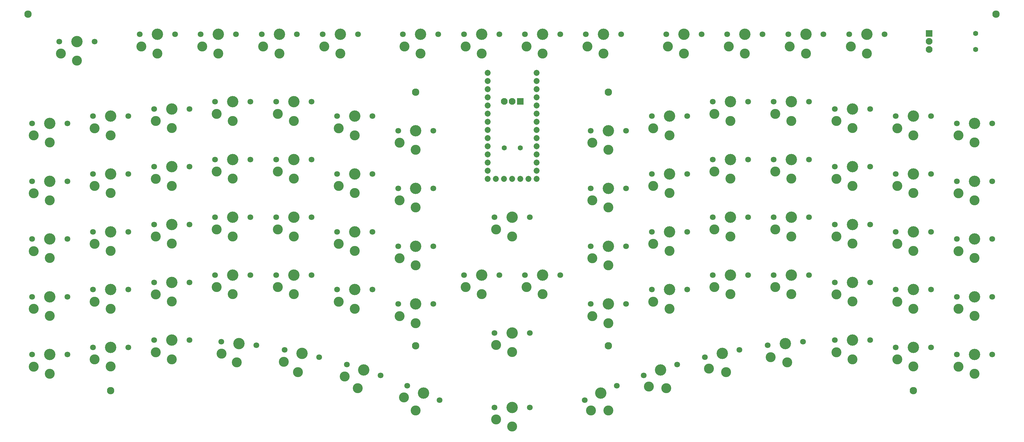
<source format=gbr>
%TF.GenerationSoftware,KiCad,Pcbnew,8.0.5*%
%TF.CreationDate,2024-10-10T16:29:35+02:00*%
%TF.ProjectId,eepyboard_rev2,65657079-626f-4617-9264-5f726576322e,1.1*%
%TF.SameCoordinates,Original*%
%TF.FileFunction,Soldermask,Top*%
%TF.FilePolarity,Negative*%
%FSLAX46Y46*%
G04 Gerber Fmt 4.6, Leading zero omitted, Abs format (unit mm)*
G04 Created by KiCad (PCBNEW 8.0.5) date 2024-10-10 16:29:35*
%MOMM*%
%LPD*%
G01*
G04 APERTURE LIST*
G04 Aperture macros list*
%AMRoundRect*
0 Rectangle with rounded corners*
0 $1 Rounding radius*
0 $2 $3 $4 $5 $6 $7 $8 $9 X,Y pos of 4 corners*
0 Add a 4 corners polygon primitive as box body*
4,1,4,$2,$3,$4,$5,$6,$7,$8,$9,$2,$3,0*
0 Add four circle primitives for the rounded corners*
1,1,$1+$1,$2,$3*
1,1,$1+$1,$4,$5*
1,1,$1+$1,$6,$7*
1,1,$1+$1,$8,$9*
0 Add four rect primitives between the rounded corners*
20,1,$1+$1,$2,$3,$4,$5,0*
20,1,$1+$1,$4,$5,$6,$7,0*
20,1,$1+$1,$6,$7,$8,$9,0*
20,1,$1+$1,$8,$9,$2,$3,0*%
G04 Aperture macros list end*
%ADD10C,1.801800*%
%ADD11C,3.100000*%
%ADD12C,3.529000*%
%ADD13C,1.600000*%
%ADD14RoundRect,0.050000X-1.000000X-1.000000X1.000000X-1.000000X1.000000X1.000000X-1.000000X1.000000X0*%
%ADD15C,2.100000*%
%ADD16C,2.300000*%
%ADD17C,1.852600*%
%ADD18RoundRect,0.050000X-1.000000X1.000000X-1.000000X-1.000000X1.000000X-1.000000X1.000000X1.000000X0*%
G04 APERTURE END LIST*
D10*
%TO.C,S64*%
X158887150Y-176149688D03*
D11*
X152270260Y-180826152D03*
D12*
X153507335Y-175006174D03*
D11*
X147836928Y-177634669D03*
D10*
X148127520Y-173862660D03*
%TD*%
D13*
%TO.C,ROT2*%
X363327814Y-75308303D03*
X363327813Y-80308302D03*
D14*
X348827810Y-75308300D03*
D15*
X348827813Y-80308304D03*
X348827813Y-77808302D03*
%TD*%
D10*
%TO.C,S88*%
X334947812Y-75598299D03*
D11*
X329447812Y-81548299D03*
D12*
X329447812Y-75598299D03*
D11*
X324447812Y-79348299D03*
D10*
X323947812Y-75598299D03*
%TD*%
%TO.C,S68*%
X289768102Y-173862660D03*
D11*
X285625362Y-180826152D03*
D12*
X284388287Y-175006174D03*
D11*
X280277218Y-179713786D03*
D10*
X279008472Y-176149688D03*
%TD*%
%TO.C,S37*%
X273447811Y-137098302D03*
D11*
X267947811Y-143048302D03*
D12*
X267947811Y-137098302D03*
D11*
X262947811Y-140848302D03*
D10*
X262447811Y-137098302D03*
%TD*%
%TO.C,S77*%
X113947812Y-75598302D03*
D11*
X108447812Y-81548302D03*
D12*
X108447812Y-75598302D03*
D11*
X103447812Y-79348302D03*
D10*
X102947812Y-75598302D03*
%TD*%
%TO.C,S82*%
X214947811Y-75598305D03*
D11*
X209447811Y-81548305D03*
D12*
X209447811Y-75598305D03*
D11*
X204447811Y-79348305D03*
D10*
X203947811Y-75598305D03*
%TD*%
%TO.C,S24*%
X175447811Y-155098300D03*
D11*
X169947811Y-161048300D03*
D12*
X169947811Y-155098300D03*
D11*
X164947811Y-158848300D03*
D10*
X164447811Y-155098300D03*
%TD*%
%TO.C,S50*%
X330447813Y-134848300D03*
D11*
X324947813Y-140798300D03*
D12*
X324947813Y-134848300D03*
D11*
X319947813Y-138598300D03*
D10*
X319447813Y-134848300D03*
%TD*%
%TO.C,S58*%
X368447813Y-175348306D03*
D11*
X362947813Y-181298306D03*
D12*
X362947813Y-175348306D03*
D11*
X357947813Y-179098306D03*
D10*
X357447813Y-175348306D03*
%TD*%
%TO.C,S61*%
X368447811Y-121348302D03*
D11*
X362947811Y-127298302D03*
D12*
X362947811Y-121348302D03*
D11*
X357947811Y-125098302D03*
D10*
X357447811Y-121348302D03*
%TD*%
D16*
%TO.C,_6*%
X248947810Y-172598300D03*
%TD*%
D10*
%TO.C,S36*%
X273447813Y-155098300D03*
D11*
X267947813Y-161048300D03*
D12*
X267947813Y-155098300D03*
D11*
X262947813Y-158848300D03*
D10*
X262447813Y-155098300D03*
%TD*%
%TO.C,S23*%
X156447813Y-96598300D03*
D11*
X150947813Y-102548300D03*
D12*
X150947813Y-96598300D03*
D11*
X145947813Y-100348300D03*
D10*
X145447813Y-96598300D03*
%TD*%
%TO.C,S78*%
X132947812Y-75598303D03*
D11*
X127447812Y-81548303D03*
D12*
X127447812Y-75598303D03*
D11*
X122447812Y-79348303D03*
D10*
X121947812Y-75598303D03*
%TD*%
%TO.C,S11*%
X118447814Y-170848303D03*
D11*
X112947814Y-176798303D03*
D12*
X112947814Y-170848303D03*
D11*
X107947814Y-174598303D03*
D10*
X107447814Y-170848303D03*
%TD*%
%TO.C,S87*%
X315947814Y-75598302D03*
D11*
X310447814Y-81548302D03*
D12*
X310447814Y-75598302D03*
D11*
X305447814Y-79348302D03*
D10*
X304947814Y-75598302D03*
%TD*%
%TO.C,S76*%
X88947812Y-77848299D03*
D11*
X83447812Y-83798299D03*
D12*
X83447812Y-77848299D03*
D11*
X78447812Y-81598299D03*
D10*
X77947812Y-77848299D03*
%TD*%
%TO.C,S29*%
X194447816Y-141598301D03*
D11*
X188947816Y-147548301D03*
D12*
X188947816Y-141598301D03*
D11*
X183947816Y-145348301D03*
D10*
X183447816Y-141598301D03*
%TD*%
%TO.C,S53*%
X349447817Y-173098300D03*
D11*
X343947817Y-179048300D03*
D12*
X343947817Y-173098300D03*
D11*
X338947817Y-176848300D03*
D10*
X338447817Y-173098300D03*
%TD*%
%TO.C,S20*%
X156447811Y-150598303D03*
D11*
X150947811Y-156548303D03*
D12*
X150947811Y-150598303D03*
D11*
X145947811Y-154348303D03*
D10*
X145447811Y-150598303D03*
%TD*%
%TO.C,S74*%
X224447813Y-132598298D03*
D11*
X218947813Y-138548298D03*
D12*
X218947813Y-132598298D03*
D11*
X213947813Y-136348298D03*
D10*
X213447813Y-132598298D03*
%TD*%
%TO.C,S69*%
X270381714Y-178461221D03*
D11*
X266989552Y-185819602D03*
D12*
X265150901Y-180160816D03*
D11*
X261554432Y-185272363D03*
D10*
X259920088Y-181860411D03*
%TD*%
%TO.C,S65*%
X177975533Y-181860413D03*
D11*
X170906069Y-185819606D03*
D12*
X172744720Y-180160820D03*
D11*
X166830624Y-182182197D03*
D10*
X167513907Y-178461227D03*
%TD*%
%TO.C,S33*%
X254447811Y-141598301D03*
D11*
X248947811Y-147548301D03*
D12*
X248947811Y-141598301D03*
D11*
X243947811Y-145348301D03*
D10*
X243447811Y-141598301D03*
%TD*%
%TO.C,S46*%
X311447814Y-114598301D03*
D11*
X305947814Y-120548301D03*
D12*
X305947814Y-114598301D03*
D11*
X300947814Y-118348301D03*
D10*
X300447814Y-114598301D03*
%TD*%
%TO.C,S56*%
X349447815Y-119098302D03*
D11*
X343947815Y-125048302D03*
D12*
X343947815Y-119098302D03*
D11*
X338947815Y-122848302D03*
D10*
X338447815Y-119098302D03*
%TD*%
%TO.C,S63*%
X139306394Y-172465530D03*
D11*
X133214580Y-177808028D03*
D12*
X133836524Y-171890623D03*
D11*
X128471933Y-175097438D03*
D10*
X128366654Y-171315716D03*
%TD*%
%TO.C,S57*%
X349447812Y-101098302D03*
D11*
X343947812Y-107048302D03*
D12*
X343947812Y-101098302D03*
D11*
X338947812Y-104848302D03*
D10*
X338447812Y-101098302D03*
%TD*%
%TO.C,S73*%
X214947812Y-150598300D03*
D11*
X209447812Y-156548300D03*
D12*
X209447812Y-150598300D03*
D11*
X204447812Y-154348300D03*
D10*
X203947812Y-150598300D03*
%TD*%
%TO.C,S9*%
X99447816Y-119098305D03*
D11*
X93947816Y-125048305D03*
D12*
X93947816Y-119098305D03*
D11*
X88947816Y-122848305D03*
D10*
X88447816Y-119098305D03*
%TD*%
%TO.C,S52*%
X330447813Y-98848301D03*
D11*
X324947813Y-104798301D03*
D12*
X324947813Y-98848301D03*
D11*
X319947813Y-102598301D03*
D10*
X319447813Y-98848301D03*
%TD*%
%TO.C,S2*%
X80447808Y-157348299D03*
D11*
X74947808Y-163298299D03*
D12*
X74947808Y-157348299D03*
D11*
X69947808Y-161098299D03*
D10*
X69447808Y-157348299D03*
%TD*%
%TO.C,S86*%
X296947815Y-75598303D03*
D11*
X291447815Y-81548303D03*
D12*
X291447815Y-75598303D03*
D11*
X286447815Y-79348303D03*
D10*
X285947815Y-75598303D03*
%TD*%
%TO.C,S55*%
X349447817Y-137098303D03*
D11*
X343947817Y-143048303D03*
D12*
X343947817Y-137098303D03*
D11*
X338947817Y-140848303D03*
D10*
X338447817Y-137098303D03*
%TD*%
%TO.C,S13*%
X118447812Y-134848297D03*
D11*
X112947812Y-140798297D03*
D12*
X112947812Y-134848297D03*
D11*
X107947812Y-138598297D03*
D10*
X107447812Y-134848297D03*
%TD*%
%TO.C,S70*%
X251582209Y-185061021D03*
D11*
X248977791Y-192733669D03*
D12*
X246557708Y-187298074D03*
D11*
X243515243Y-192757553D03*
D10*
X241533207Y-189535127D03*
%TD*%
%TO.C,S21*%
X156447815Y-132598306D03*
D11*
X150947815Y-138548306D03*
D12*
X150947815Y-132598306D03*
D11*
X145947815Y-136348306D03*
D10*
X145447815Y-132598306D03*
%TD*%
%TO.C,S83*%
X233947814Y-75598303D03*
D11*
X228447814Y-81548303D03*
D12*
X228447814Y-75598303D03*
D11*
X223447814Y-79348303D03*
D10*
X222947814Y-75598303D03*
%TD*%
%TO.C,S25*%
X175447809Y-137098303D03*
D11*
X169947809Y-143048303D03*
D12*
X169947809Y-137098303D03*
D11*
X164947809Y-140848303D03*
D10*
X164447809Y-137098303D03*
%TD*%
%TO.C,S14*%
X118447809Y-116848301D03*
D11*
X112947809Y-122798301D03*
D12*
X112947809Y-116848301D03*
D11*
X107947809Y-120598301D03*
D10*
X107447809Y-116848301D03*
%TD*%
%TO.C,S79*%
X151947813Y-75598303D03*
D11*
X146447813Y-81548303D03*
D12*
X146447813Y-75598303D03*
D11*
X141447813Y-79348303D03*
D10*
X140947813Y-75598303D03*
%TD*%
D16*
%TO.C,_8*%
X343947815Y-186598304D03*
%TD*%
D10*
%TO.C,S71*%
X224447816Y-191798077D03*
D11*
X218947816Y-197748077D03*
D12*
X218947816Y-191798077D03*
D11*
X213947816Y-195548077D03*
D10*
X213447816Y-191798077D03*
%TD*%
D17*
%TO.C,MCU1*%
X226567813Y-87588301D03*
X226567812Y-90128301D03*
X226567812Y-92668298D03*
X226567812Y-95208301D03*
X226567812Y-97748301D03*
X226567812Y-100288301D03*
X226567812Y-102828301D03*
X226567812Y-105368301D03*
X226567812Y-107908301D03*
X226567812Y-110448301D03*
X226567812Y-112988301D03*
X226567812Y-115528304D03*
X226567812Y-118068301D03*
X226567812Y-120608301D03*
X224027812Y-120608301D03*
X221487812Y-120608301D03*
X218947812Y-120608299D03*
X216407812Y-120608301D03*
X213867812Y-120608301D03*
X211327812Y-87588301D03*
X211327812Y-90128301D03*
X211327812Y-92668298D03*
X211327812Y-95208301D03*
X211327812Y-97748301D03*
X211327812Y-100288301D03*
X211327812Y-102828301D03*
X211327812Y-105368301D03*
X211327812Y-107908301D03*
X211327812Y-110448301D03*
X211327812Y-112988301D03*
X211327812Y-115528304D03*
X211327812Y-118068301D03*
X211327811Y-120608301D03*
%TD*%
D10*
%TO.C,S28*%
X194447813Y-159598302D03*
D11*
X188947813Y-165548302D03*
D12*
X188947813Y-159598302D03*
D11*
X183947813Y-163348302D03*
D10*
X183447813Y-159598302D03*
%TD*%
%TO.C,S59*%
X368447812Y-157348304D03*
D11*
X362947812Y-163298304D03*
D12*
X362947812Y-157348304D03*
D11*
X357947812Y-161098304D03*
D10*
X357447812Y-157348304D03*
%TD*%
%TO.C,S54*%
X349447811Y-155098300D03*
D11*
X343947811Y-161048300D03*
D12*
X343947811Y-155098300D03*
D11*
X338947811Y-158848300D03*
D10*
X338447811Y-155098300D03*
%TD*%
D15*
%TO.C,ROT1*%
X218987812Y-96478301D03*
X216487810Y-96478301D03*
D18*
X221487814Y-96478298D03*
D13*
X216487812Y-110978301D03*
X221487811Y-110978302D03*
%TD*%
D10*
%TO.C,S35*%
X254447812Y-105598302D03*
D11*
X248947812Y-111548302D03*
D12*
X248947812Y-105598302D03*
D11*
X243947812Y-109348302D03*
D10*
X243447812Y-105598302D03*
%TD*%
%TO.C,S67*%
X309528967Y-171315716D03*
D11*
X304681041Y-177808028D03*
D12*
X304059097Y-171890623D03*
D11*
X299478469Y-176142722D03*
D10*
X298589227Y-172465530D03*
%TD*%
%TO.C,S84*%
X252947813Y-75598295D03*
D11*
X247447813Y-81548295D03*
D12*
X247447813Y-75598295D03*
D11*
X242447813Y-79348295D03*
D10*
X241947813Y-75598295D03*
%TD*%
D16*
%TO.C,_1*%
X68197817Y-69348304D03*
%TD*%
D10*
%TO.C,S60*%
X368447814Y-139348299D03*
D11*
X362947814Y-145298299D03*
D12*
X362947814Y-139348299D03*
D11*
X357947814Y-143098299D03*
D10*
X357447814Y-139348299D03*
%TD*%
%TO.C,S40*%
X292447815Y-150598302D03*
D11*
X286947815Y-156548302D03*
D12*
X286947815Y-150598302D03*
D11*
X281947815Y-154348302D03*
D10*
X281447815Y-150598302D03*
%TD*%
%TO.C,S12*%
X118447812Y-152848301D03*
D11*
X112947812Y-158798301D03*
D12*
X112947812Y-152848301D03*
D11*
X107947812Y-156598301D03*
D10*
X107447812Y-152848301D03*
%TD*%
%TO.C,S1*%
X80447815Y-175348303D03*
D11*
X74947815Y-181298303D03*
D12*
X74947815Y-175348303D03*
D11*
X69947815Y-179098303D03*
D10*
X69447815Y-175348303D03*
%TD*%
%TO.C,S32*%
X254447811Y-159598303D03*
D11*
X248947811Y-165548303D03*
D12*
X248947811Y-159598303D03*
D11*
X243947811Y-163348303D03*
D10*
X243447811Y-159598303D03*
%TD*%
%TO.C,S22*%
X156447815Y-114598300D03*
D11*
X150947815Y-120548300D03*
D12*
X150947815Y-114598300D03*
D11*
X145947815Y-118348300D03*
D10*
X145447815Y-114598300D03*
%TD*%
%TO.C,S5*%
X80447814Y-103348301D03*
D11*
X74947814Y-109298301D03*
D12*
X74947814Y-103348301D03*
D11*
X69947814Y-107098301D03*
D10*
X69447814Y-103348301D03*
%TD*%
%TO.C,S43*%
X292447812Y-96598306D03*
D11*
X286947812Y-102548306D03*
D12*
X286947812Y-96598306D03*
D11*
X281947812Y-100348306D03*
D10*
X281447812Y-96598306D03*
%TD*%
%TO.C,S19*%
X137447811Y-96598301D03*
D11*
X131947811Y-102548301D03*
D12*
X131947811Y-96598301D03*
D11*
X126947811Y-100348301D03*
D10*
X126447811Y-96598301D03*
%TD*%
%TO.C,S38*%
X273447811Y-119098301D03*
D11*
X267947811Y-125048301D03*
D12*
X267947811Y-119098301D03*
D11*
X262947811Y-122848301D03*
D10*
X262447811Y-119098301D03*
%TD*%
%TO.C,S48*%
X330447812Y-170848303D03*
D11*
X324947812Y-176798303D03*
D12*
X324947812Y-170848303D03*
D11*
X319947812Y-174598303D03*
D10*
X319447812Y-170848303D03*
%TD*%
%TO.C,S62*%
X368447808Y-103348300D03*
D11*
X362947808Y-109298300D03*
D12*
X362947808Y-103348300D03*
D11*
X357947808Y-107098300D03*
D10*
X357447808Y-103348300D03*
%TD*%
%TO.C,S30*%
X194447814Y-123598302D03*
D11*
X188947814Y-129548302D03*
D12*
X188947814Y-123598302D03*
D11*
X183947814Y-127348302D03*
D10*
X183447814Y-123598302D03*
%TD*%
%TO.C,S15*%
X118447810Y-98848301D03*
D11*
X112947810Y-104798301D03*
D12*
X112947810Y-98848301D03*
D11*
X107947810Y-102598301D03*
D10*
X107447810Y-98848301D03*
%TD*%
%TO.C,S80*%
X170947813Y-75598300D03*
D11*
X165447813Y-81548300D03*
D12*
X165447813Y-75598300D03*
D11*
X160447813Y-79348300D03*
D10*
X159947813Y-75598300D03*
%TD*%
%TO.C,S39*%
X273447813Y-101098303D03*
D11*
X267947813Y-107048303D03*
D12*
X267947813Y-101098303D03*
D11*
X262947813Y-104848303D03*
D10*
X262447813Y-101098303D03*
%TD*%
%TO.C,S31*%
X194447813Y-105598302D03*
D11*
X188947813Y-111548302D03*
D12*
X188947813Y-105598302D03*
D11*
X183947813Y-109348302D03*
D10*
X183447813Y-105598302D03*
%TD*%
D16*
%TO.C,_5*%
X188947814Y-172598300D03*
%TD*%
D10*
%TO.C,S3*%
X80447811Y-139348305D03*
D11*
X74947811Y-145298305D03*
D12*
X74947811Y-139348305D03*
D11*
X69947811Y-143098305D03*
D10*
X69447811Y-139348305D03*
%TD*%
%TO.C,S34*%
X254447811Y-123598299D03*
D11*
X248947811Y-129548299D03*
D12*
X248947811Y-123598299D03*
D11*
X243947811Y-127348299D03*
D10*
X243447811Y-123598299D03*
%TD*%
%TO.C,S18*%
X137447818Y-114598303D03*
D11*
X131947818Y-120548303D03*
D12*
X131947818Y-114598303D03*
D11*
X126947818Y-118348303D03*
D10*
X126447818Y-114598303D03*
%TD*%
%TO.C,S42*%
X292447816Y-114598302D03*
D11*
X286947816Y-120548302D03*
D12*
X286947816Y-114598302D03*
D11*
X281947816Y-118348302D03*
D10*
X281447816Y-114598302D03*
%TD*%
%TO.C,S66*%
X196362419Y-189535130D03*
D11*
X188917835Y-192733672D03*
D12*
X191337918Y-187298077D03*
D11*
X185244928Y-188690189D03*
D10*
X186313417Y-185061024D03*
%TD*%
%TO.C,S47*%
X311447809Y-96598302D03*
D11*
X305947809Y-102548302D03*
D12*
X305947809Y-96598302D03*
D11*
X300947809Y-100348302D03*
D10*
X300447809Y-96598302D03*
%TD*%
%TO.C,S8*%
X99447809Y-137098301D03*
D11*
X93947809Y-143048301D03*
D12*
X93947809Y-137098301D03*
D11*
X88947809Y-140848301D03*
D10*
X88447809Y-137098301D03*
%TD*%
%TO.C,S44*%
X311447813Y-150598299D03*
D11*
X305947813Y-156548299D03*
D12*
X305947813Y-150598299D03*
D11*
X300947813Y-154348299D03*
D10*
X300447813Y-150598299D03*
%TD*%
%TO.C,S27*%
X175447813Y-101098300D03*
D11*
X169947813Y-107048300D03*
D12*
X169947813Y-101098300D03*
D11*
X164947813Y-104848300D03*
D10*
X164447813Y-101098300D03*
%TD*%
%TO.C,S10*%
X99447809Y-101098301D03*
D11*
X93947809Y-107048301D03*
D12*
X93947809Y-101098301D03*
D11*
X88947809Y-104848301D03*
D10*
X88447809Y-101098301D03*
%TD*%
%TO.C,S75*%
X233947813Y-150598299D03*
D11*
X228447813Y-156548299D03*
D12*
X228447813Y-150598299D03*
D11*
X223447813Y-154348299D03*
D10*
X222947813Y-150598299D03*
%TD*%
D16*
%TO.C,_4*%
X248947809Y-93598297D03*
%TD*%
%TO.C,_3*%
X188947814Y-93598301D03*
%TD*%
D10*
%TO.C,S7*%
X99447814Y-155098300D03*
D11*
X93947814Y-161048300D03*
D12*
X93947814Y-155098300D03*
D11*
X88947814Y-158848300D03*
D10*
X88447814Y-155098300D03*
%TD*%
D16*
%TO.C,_7*%
X93947812Y-186598305D03*
%TD*%
D10*
%TO.C,S17*%
X137447815Y-132598304D03*
D11*
X131947815Y-138548304D03*
D12*
X131947815Y-132598304D03*
D11*
X126947815Y-136348304D03*
D10*
X126447815Y-132598304D03*
%TD*%
%TO.C,S16*%
X137447812Y-150598301D03*
D11*
X131947812Y-156548301D03*
D12*
X131947812Y-150598301D03*
D11*
X126947812Y-154348301D03*
D10*
X126447812Y-150598301D03*
%TD*%
D16*
%TO.C,_2*%
X369697813Y-69348302D03*
%TD*%
D10*
%TO.C,S45*%
X311447813Y-132598300D03*
D11*
X305947813Y-138548300D03*
D12*
X305947813Y-132598300D03*
D11*
X300947813Y-136348300D03*
D10*
X300447813Y-132598300D03*
%TD*%
%TO.C,S26*%
X175447814Y-119098299D03*
D11*
X169947814Y-125048299D03*
D12*
X169947814Y-119098299D03*
D11*
X164947814Y-122848299D03*
D10*
X164447814Y-119098299D03*
%TD*%
%TO.C,S4*%
X80447812Y-121348303D03*
D11*
X74947812Y-127298303D03*
D12*
X74947812Y-121348303D03*
D11*
X69947812Y-125098303D03*
D10*
X69447812Y-121348303D03*
%TD*%
%TO.C,S49*%
X330447813Y-152848306D03*
D11*
X324947813Y-158798306D03*
D12*
X324947813Y-152848306D03*
D11*
X319947813Y-156598306D03*
D10*
X319447813Y-152848306D03*
%TD*%
%TO.C,S6*%
X99447815Y-173098300D03*
D11*
X93947815Y-179048300D03*
D12*
X93947815Y-173098300D03*
D11*
X88947815Y-176848300D03*
D10*
X88447815Y-173098300D03*
%TD*%
%TO.C,S85*%
X277947813Y-75598304D03*
D11*
X272447813Y-81548304D03*
D12*
X272447813Y-75598304D03*
D11*
X267447813Y-79348304D03*
D10*
X266947813Y-75598304D03*
%TD*%
%TO.C,S41*%
X292447815Y-132598305D03*
D11*
X286947815Y-138548305D03*
D12*
X286947815Y-132598305D03*
D11*
X281947815Y-136348305D03*
D10*
X281447815Y-132598305D03*
%TD*%
%TO.C,S51*%
X330447810Y-116848301D03*
D11*
X324947810Y-122798301D03*
D12*
X324947810Y-116848301D03*
D11*
X319947810Y-120598301D03*
D10*
X319447810Y-116848301D03*
%TD*%
%TO.C,S72*%
X224447810Y-168598303D03*
D11*
X218947810Y-174548303D03*
D12*
X218947810Y-168598303D03*
D11*
X213947810Y-172348303D03*
D10*
X213447810Y-168598303D03*
%TD*%
%TO.C,S81*%
X195947811Y-75598300D03*
D11*
X190447811Y-81548300D03*
D12*
X190447811Y-75598300D03*
D11*
X185447811Y-79348300D03*
D10*
X184947811Y-75598300D03*
%TD*%
M02*

</source>
